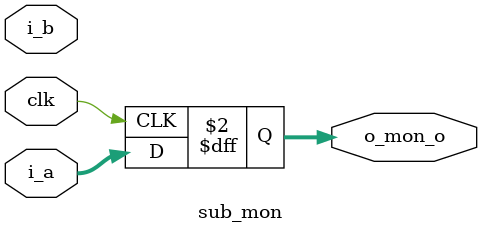
<source format=v>
module sub_mon #(
	parameter WIDTH = 32
)(
	input clk,
	// input reset,

	input      [WIDTH-1:0] i_a,
	input      [WIDTH-1:0] i_b,
	output reg [WIDTH-1:0] o_mon_o
);

	// adder logic
	always @(posedge clk)
		// introduce 25% error rate
		// if (i_a[0] && i_b[0])
		// 	o_mon_o <= i_b;
		// else
			o_mon_o <= i_a;// + i_b;

endmodule

</source>
